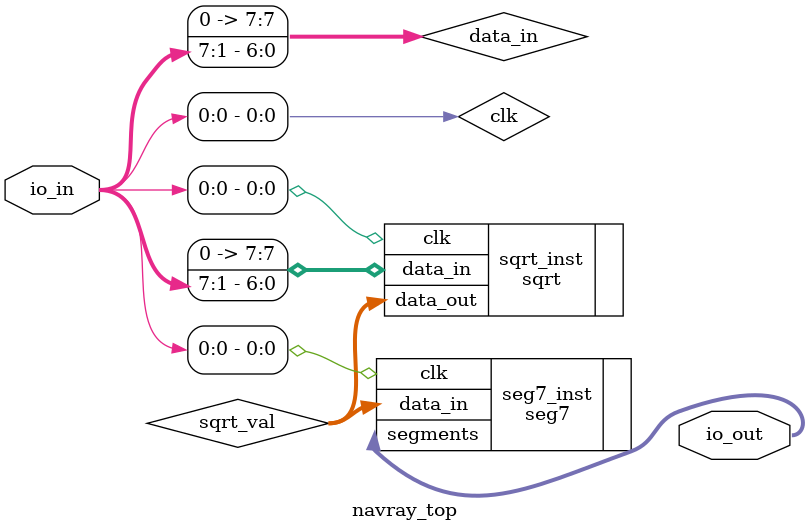
<source format=sv>

`default_nettype none

localparam K_WIDTH = 8;  // size must be even

module navray_top (
  input  wire [7:0] io_in,
  output wire [7:0] io_out
);
  logic                 clk;
  logic [K_WIDTH-1:0]   data_in;
  logic [K_WIDTH/2-1:0] sqrt_val;
  
  assign clk = io_in[0];
  assign data_in = {1'b0, io_in[7:1]};
  
  sqrt #(
    .G_WIDTH(K_WIDTH)
  ) sqrt_inst (
    .clk     (clk),
    .data_in (data_in),
    .data_out(sqrt_val)
  );

  seg7 seg7_inst (
    .clk     (clk),
    .data_in (sqrt_val),
    .segments(io_out)
  );
endmodule

</source>
